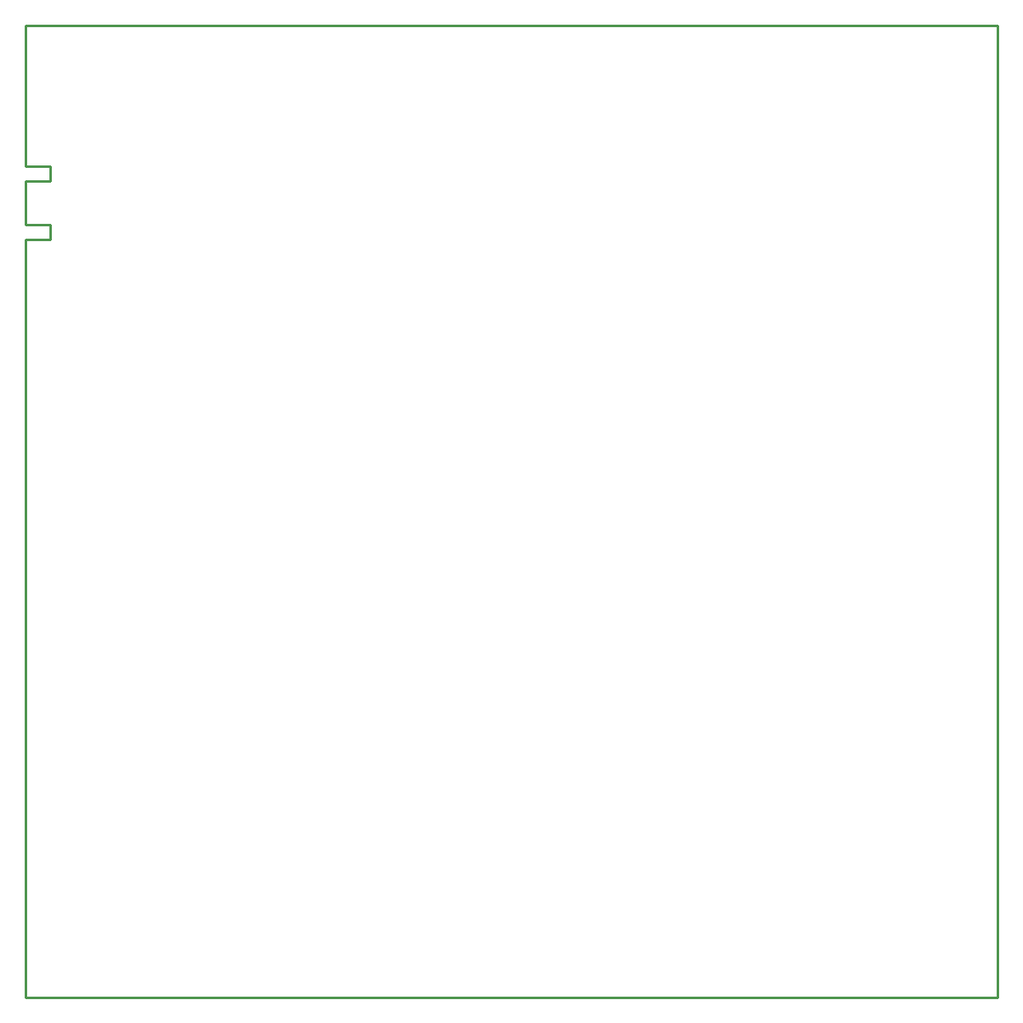
<source format=gko>
G04*
G04 #@! TF.GenerationSoftware,Altium Limited,Altium Designer,22.2.1 (43)*
G04*
G04 Layer_Color=16711935*
%FSAX24Y24*%
%MOIN*%
G70*
G04*
G04 #@! TF.SameCoordinates,07477AA8-A169-438C-A272-D3E418652323*
G04*
G04*
G04 #@! TF.FilePolarity,Positive*
G04*
G01*
G75*
%ADD14C,0.0100*%
D14*
X011811Y013780D02*
Y044488D01*
X012795D01*
Y045079D01*
X011811D02*
X012795D01*
X011811D02*
Y046850D01*
X012795D01*
Y047441D01*
X011811D02*
X012795D01*
X011811D02*
Y053150D01*
X051181Y013780D02*
Y053150D01*
X011811Y013780D02*
X051181D01*
X011811Y053150D02*
X051181D01*
M02*

</source>
